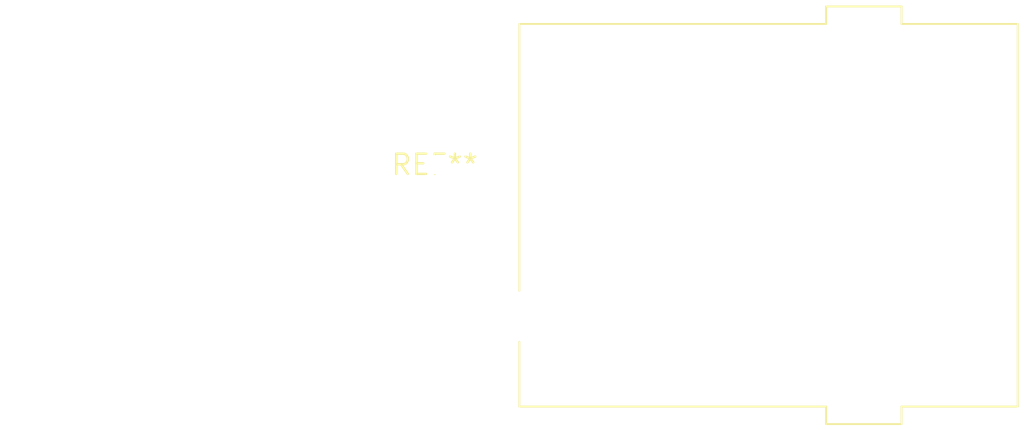
<source format=kicad_pcb>
(kicad_pcb (version 20240108) (generator pcbnew)
  (layers (0 "F.Cu" signal) (31 "B.Cu" signal) (34 "B.Paste" user) (35 "F.Paste" user) (36 "B.SilkS" user "B.Silkscreen") (37 "F.SilkS" user "F.Silkscreen") (38 "B.Mask" user) (39 "F.Mask" user) (44 "Edge.Cuts" user))
  (net 0 "")
  (footprint "Jack_speakON-6.35mm_Neutrik_NLJ2MDXX-H_Horizontal" (layer "F.Cu") (at 0 0)
    (property "Reference" "REF**")
    (property "Value" "Jack_speakON-6.35mm_Neutrik_NLJ2MDXX-H_Horizontal")
    (fp_line (start 5.32 -8.84) (end 24.59 -8.84) (layer "F.SilkS") (stroke (width 0.12)))
    (fp_line (start 5.32 7.93) (end 5.32 -8.84) (layer "F.SilkS") (stroke (width 0.12)))
    (fp_line (start 5.32 15.2) (end 5.32 11.13) (layer "F.SilkS") (stroke (width 0.12)))
    (fp_line (start 5.32 15.2) (end 24.6 15.2) (layer "F.SilkS") (stroke (width 0.12)))
    (fp_line (start 24.59 -9.94) (end 24.59 -8.84) (layer "F.SilkS") (stroke (width 0.12)))
    (fp_line (start 24.59 -9.94) (end 29.33 -9.94) (layer "F.SilkS") (stroke (width 0.12)))
    (fp_line (start 24.59 16.3) (end 24.59 15.2) (layer "F.SilkS") (stroke (width 0.12)))
    (fp_line (start 24.59 16.3) (end 29.33 16.3) (layer "F.SilkS") (stroke (width 0.12)))
    (fp_line (start 29.33 -9.94) (end 29.33 -8.84) (layer "F.SilkS") (stroke (width 0.12)))
    (fp_line (start 29.33 16.3) (end 29.33 15.2) (layer "F.SilkS") (stroke (width 0.12)))
    (fp_line (start 36.63 -8.84) (end 29.33 -8.84) (layer "F.SilkS") (stroke (width 0.12)))
    (fp_line (start 36.63 15.2) (end 29.33 15.2) (layer "F.SilkS") (stroke (width 0.12)))
    (fp_line (start 36.63 15.2) (end 36.63 -8.84) (layer "F.SilkS") (stroke (width 0.12)))
    (pad "1+" thru_hole circle (at 0 0) (size 3 3) (drill 1.2) (layers *.Cu *.Mask) (remove_unused_layers))
    (pad "1-" thru_hole circle (at 4.44 9.53) (size 3 3) (drill 1.2) (layers *.Cu *.Mask) (remove_unused_layers))
  )
)
</source>
